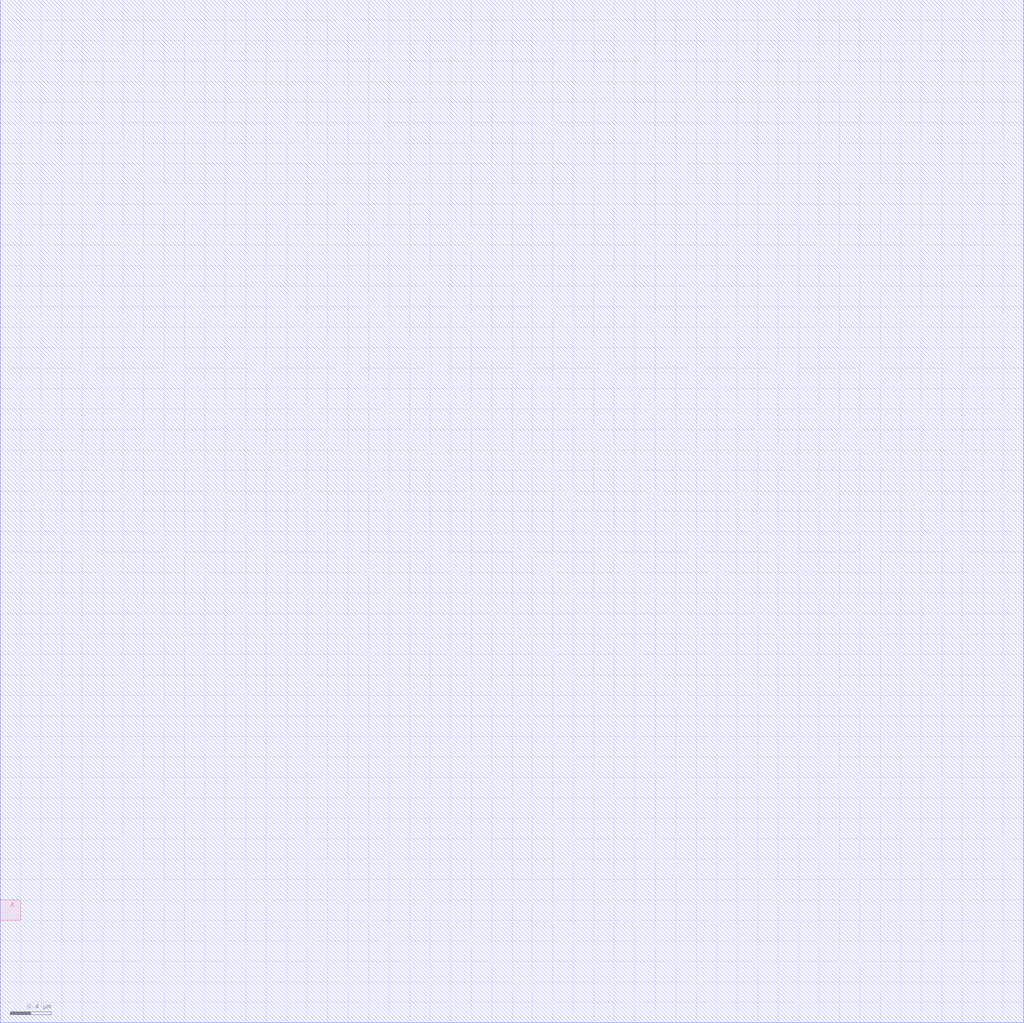
<source format=lef>
VERSION 5.8 ;
BUSBITCHARS "[]" ;
DIVIDERCHAR "/" ;

UNITS
  DATABASE MICRONS 1000 ;
END UNITS

MANUFACTURINGGRID 0.005 ;

LAYER M1
  TYPE ROUTING ;
  DIRECTION HORIZONTAL ;
  PITCH 0.200 ;
  WIDTH 0.100 ;
END M1

LAYER M2
  TYPE ROUTING ;
  DIRECTION VERTICAL ;
  PITCH 0.200 ;
  WIDTH 0.100 ;
END M2

# FinFET layer for LEF-CHK-008 test
LAYER fin_drawing
  TYPE MASTERSLICE ;
END fin_drawing

SITE unit
  CLASS CORE ;
  SIZE 0.200 BY 2.000 ;
  SYMMETRY Y ;
END unit

# =============================================================================
# LEF-CHK-000: Macro with good alignment, all checks should pass
# =============================================================================
MACRO pass_all_checks
  CLASS BLOCK ;
  ORIGIN 0 0 ;
  SIZE 10.000 BY 10.000 ;
  PIN A
    DIRECTION INPUT ;
    USE SIGNAL ;
    ANTENNAMODEL OXIDE1 ;
    PORT
      LAYER M1 ;
      RECT 0.000 1.000 0.200 1.200 ;
    END
  END A
  PIN VDD
    DIRECTION INOUT ;
    USE POWER ;
    PORT
      LAYER M1 ;
      RECT 0.000 0.000 10.000 0.200 ;
    END
  END VDD
END pass_all_checks

# =============================================================================
# LEF-CHK-001: Macro dimensions NOT aligned to manufacturing grid (0.005 um)
# Width 10.001 is not divisible by 0.005
# =============================================================================
MACRO lef001_grid_width
  CLASS BLOCK ;
  ORIGIN 0 0 ;
  SIZE 10.001 BY 10.000 ;
  PIN A
    DIRECTION INPUT ;
    USE SIGNAL ;
    ANTENNAMODEL OXIDE1 ;
    PORT
      LAYER M1 ;
      RECT 0.000 1.000 0.200 1.200 ;
    END
  END A
END lef001_grid_width

# =============================================================================
# LEF-CHK-002: Pin coordinates NOT aligned to manufacturing grid
# Pin rect uses 0.001 which is not on 0.005 grid
# =============================================================================
MACRO lef002_pin_grid
  CLASS BLOCK ;
  ORIGIN 0 0 ;
  SIZE 10.000 BY 10.000 ;
  PIN A
    DIRECTION INPUT ;
    USE SIGNAL ;
    ANTENNAMODEL OXIDE1 ;
    PORT
      LAYER M1 ;
      RECT 0.001 1.000 0.200 1.200 ;
    END
  END A
END lef002_pin_grid

# =============================================================================
# LEF-CHK-003a: Pin distances compatible with single-pattern track grid (PASS)
# Two minimum-width pins on M1 (horizontal, pitch 0.200 = 200 DBU)
# Pin A center_y = (1000+1100)/2 = 1050
# Pin B center_y = (1400+1500)/2 = 1450
# Distance = 400, GCD = 400. 400 % 200 == 0 -> PASS
# =============================================================================
MACRO lef003a_single_pass
  CLASS BLOCK ;
  ORIGIN 0 0 ;
  SIZE 10.000 BY 10.000 ;
  PIN A
    DIRECTION INPUT ;
    USE SIGNAL ;
    ANTENNAMODEL OXIDE1 ;
    PORT
      LAYER M1 ;
      RECT 0.000 1.000 0.200 1.100 ;
    END
  END A
  PIN B
    DIRECTION INPUT ;
    USE SIGNAL ;
    ANTENNAMODEL OXIDE1 ;
    PORT
      LAYER M1 ;
      RECT 0.000 1.400 0.200 1.500 ;
    END
  END B
END lef003a_single_pass

# =============================================================================
# LEF-CHK-003b: Pin distances NOT compatible with single-pattern grid (FAIL)
# Three minimum-width pins on M2 (vertical, pitch 0.200 = 200 DBU)
# Pin A center_x = (100+200)/2 = 150
# Pin B center_x = (250+350)/2 = 300
# Pin C center_x = (380+480)/2 = 430
# Distances: 150, 130. GCD = 10. 10 % 200 != 0 -> FAIL
# =============================================================================
MACRO lef003b_single_fail
  CLASS BLOCK ;
  ORIGIN 0 0 ;
  SIZE 10.000 BY 10.000 ;
  PIN A
    DIRECTION INPUT ;
    USE SIGNAL ;
    ANTENNAMODEL OXIDE1 ;
    PORT
      LAYER M2 ;
      RECT 0.100 1.000 0.200 1.200 ;
    END
  END A
  PIN B
    DIRECTION INPUT ;
    USE SIGNAL ;
    ANTENNAMODEL OXIDE1 ;
    PORT
      LAYER M2 ;
      RECT 0.250 1.000 0.350 1.200 ;
    END
  END B
  PIN C
    DIRECTION INPUT ;
    USE SIGNAL ;
    ANTENNAMODEL OXIDE1 ;
    PORT
      LAYER M2 ;
      RECT 0.380 1.000 0.480 1.200 ;
    END
  END C
END lef003b_single_fail

# =============================================================================
# LEF-CHK-003c: Multi-pattern effective pitch allows alignment (PASS)
# M2 has two track patterns: pitch=200 at offsets 0 and 100
# Effective pitch = GCD(200, 200, |100-0|) = 100
# Two minimum-width pins on M2:
# Pin A center_x = (100+200)/2 = 150
# Pin B center_x = (400+500)/2 = 450
# Distance = 300. GCD = 300. 300 % 100 == 0 -> PASS
# Note: 300 % 200 != 0, so this would FAIL with single pattern.
# This demonstrates that the effective pitch matters.
# =============================================================================
MACRO lef003c_multi_pass
  CLASS BLOCK ;
  ORIGIN 0 0 ;
  SIZE 10.000 BY 10.000 ;
  PIN A
    DIRECTION INPUT ;
    USE SIGNAL ;
    ANTENNAMODEL OXIDE1 ;
    PORT
      LAYER M2 ;
      RECT 0.100 1.000 0.200 1.200 ;
    END
  END A
  PIN B
    DIRECTION INPUT ;
    USE SIGNAL ;
    ANTENNAMODEL OXIDE1 ;
    PORT
      LAYER M2 ;
      RECT 0.400 1.000 0.500 1.200 ;
    END
  END B
END lef003c_multi_pass

# =============================================================================
# LEF-CHK-003d: Multi-pattern effective pitch still can't align (FAIL)
# M2 effective pitch = 100 (from two patterns above)
# Three minimum-width pins on M2:
# Pin A center_x = (100+200)/2 = 150
# Pin B center_x = (230+330)/2 = 280
# Pin C center_x = (390+490)/2 = 440
# Distances: 130, 160. GCD(130, 160) = 10. 10 % 100 != 0 -> FAIL
# =============================================================================
MACRO lef003d_multi_fail
  CLASS BLOCK ;
  ORIGIN 0 0 ;
  SIZE 10.000 BY 10.000 ;
  PIN A
    DIRECTION INPUT ;
    USE SIGNAL ;
    ANTENNAMODEL OXIDE1 ;
    PORT
      LAYER M2 ;
      RECT 0.100 1.000 0.200 1.200 ;
    END
  END A
  PIN B
    DIRECTION INPUT ;
    USE SIGNAL ;
    ANTENNAMODEL OXIDE1 ;
    PORT
      LAYER M2 ;
      RECT 0.230 1.000 0.330 1.200 ;
    END
  END B
  PIN C
    DIRECTION INPUT ;
    USE SIGNAL ;
    ANTENNAMODEL OXIDE1 ;
    PORT
      LAYER M2 ;
      RECT 0.390 1.000 0.490 1.200 ;
    END
  END C
END lef003d_multi_fail

# =============================================================================
# LEF-CHK-004: Signal pin has NO accessible edge (blocked by obstruction)
# =============================================================================
MACRO lef004_signal_blocked
  CLASS BLOCK ;
  ORIGIN 0 0 ;
  SIZE 10.000 BY 10.000 ;
  PIN SIG
    DIRECTION INPUT ;
    USE SIGNAL ;
    ANTENNAMODEL OXIDE1 ;
    PORT
      LAYER M1 ;
      RECT 1.000 1.000 1.200 1.200 ;
    END
  END SIG
  OBS
    LAYER M1 ;
    RECT 0.900 0.900 1.300 1.300 ;
  END
END lef004_signal_blocked

# =============================================================================
# LEF-CHK-005: Power pin has NO accessible edge (blocked by obstruction)
# =============================================================================
MACRO lef005_power_blocked
  CLASS BLOCK ;
  ORIGIN 0 0 ;
  SIZE 10.000 BY 10.000 ;
  PIN VDD
    DIRECTION INOUT ;
    USE POWER ;
    PORT
      LAYER M1 ;
      RECT 1.000 1.000 1.200 1.200 ;
    END
  END VDD
  OBS
    LAYER M1 ;
    RECT 0.900 0.900 1.300 1.300 ;
  END
END lef005_power_blocked

# =============================================================================
# LEF-CHK-006: Excessive polygon count (test with -max_polygons 5)
# This macro has many obstructions to trigger polygon count warning
# =============================================================================
MACRO lef006_polygon_count
  CLASS BLOCK ;
  ORIGIN 0 0 ;
  SIZE 10.000 BY 10.000 ;
  PIN A
    DIRECTION INPUT ;
    USE SIGNAL ;
    ANTENNAMODEL OXIDE1 ;
    PORT
      LAYER M1 ;
      RECT 0.000 1.000 0.200 1.200 ;
    END
  END A
  OBS
    LAYER M1 ;
    RECT 2.000 2.000 2.100 2.100 ;
    RECT 3.000 3.000 3.100 3.100 ;
    RECT 4.000 4.000 4.100 4.100 ;
    RECT 5.000 5.000 5.100 5.100 ;
    RECT 6.000 6.000 6.100 6.100 ;
    RECT 7.000 7.000 7.100 7.100 ;
  END
END lef006_polygon_count

# =============================================================================
# LEF-CHK-007: Signal pin missing antenna model
# =============================================================================
MACRO lef007_no_antenna
  CLASS BLOCK ;
  ORIGIN 0 0 ;
  SIZE 10.000 BY 10.000 ;
  PIN A
    DIRECTION INPUT ;
    USE SIGNAL ;
    PORT
      LAYER M1 ;
      RECT 0.000 1.000 0.200 1.200 ;
    END
  END A
END lef007_no_antenna

# =============================================================================
# LEF-CHK-008: FinFET technology detection (info only, use -verbose)
# Uses fin_drawing layer defined above
# =============================================================================
MACRO lef008_finfet
  CLASS BLOCK ;
  ORIGIN 0 0 ;
  SIZE 10.000 BY 10.000 ;
  PIN A
    DIRECTION INPUT ;
    USE SIGNAL ;
    ANTENNAMODEL OXIDE1 ;
    PORT
      LAYER M1 ;
      RECT 0.000 1.000 0.200 1.200 ;
    END
  END A
END lef008_finfet

# =============================================================================
# LEF-CHK-009: Signal pin has NO geometry defined
# =============================================================================
MACRO lef009_no_geometry
  CLASS BLOCK ;
  ORIGIN 0 0 ;
  SIZE 10.000 BY 10.000 ;
  PIN A
    DIRECTION INPUT ;
    USE SIGNAL ;
    ANTENNAMODEL OXIDE1 ;
  END A
END lef009_no_geometry

# =============================================================================
# LEF-CHK-010: Pin geometry smaller than layer minimum width
# Pin dimensions 0.050 x 0.050 while layer min width is 0.100
# =============================================================================
MACRO lef010_small_pin
  CLASS BLOCK ;
  ORIGIN 0 0 ;
  SIZE 10.000 BY 10.000 ;
  PIN A
    DIRECTION INPUT ;
    USE SIGNAL ;
    ANTENNAMODEL OXIDE1 ;
    PORT
      LAYER M1 ;
      RECT 0.000 1.000 0.050 1.050 ;
    END
  END A
END lef010_small_pin

END LIBRARY

</source>
